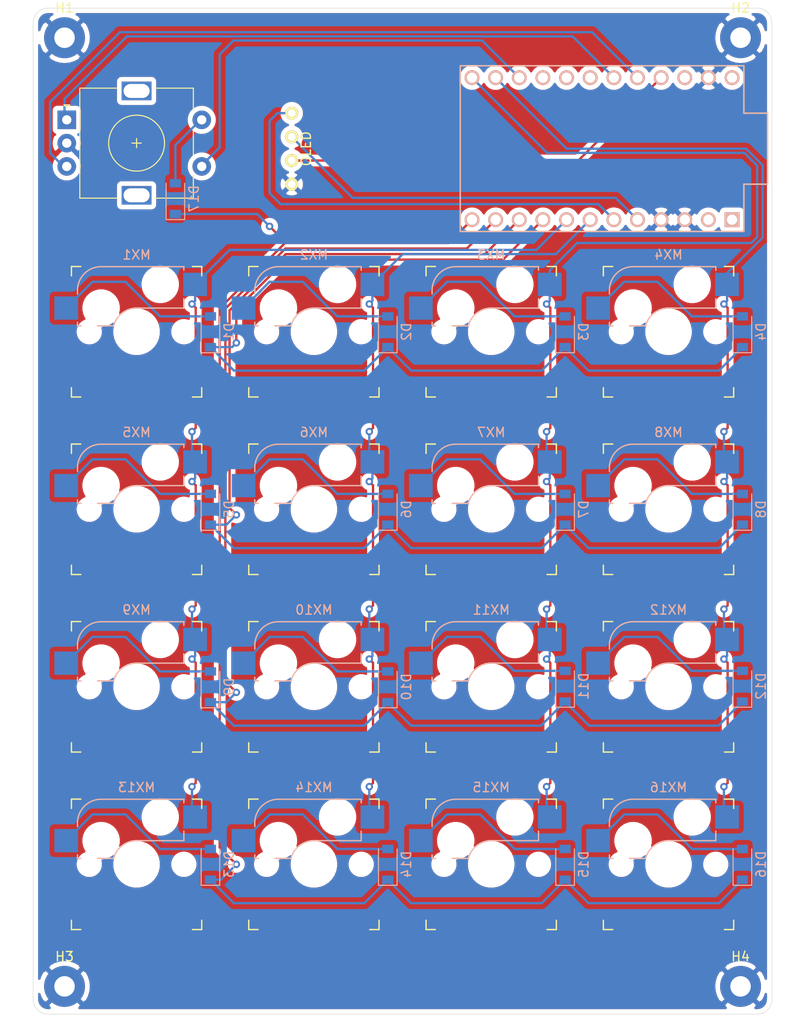
<source format=kicad_pcb>
(kicad_pcb (version 20171130) (host pcbnew "(5.1.10)-1")
  (layers (0 F.Cu signal) (31 B.Cu signal) (34 B.Paste user) (35 F.Paste user) (36 B.SilkS user) (37 F.SilkS user) (38 B.Mask user) (39 F.Mask user) (44 Edge.Cuts user))
  (net 0 "")
  (net 1 "Net-(D1-Pad2)")
  (net 2 /row0)
  (net 3 "Net-(D2-Pad2)")
  (net 4 "Net-(D3-Pad2)")
  (net 5 "Net-(D4-Pad2)")
  (net 6 "Net-(D5-Pad2)")
  (net 7 /row1)
  (net 8 "Net-(D6-Pad2)")
  (net 9 "Net-(D7-Pad2)")
  (net 10 "Net-(D8-Pad2)")
  (net 11 "Net-(D9-Pad2)")
  (net 12 /row2)
  (net 13 "Net-(D10-Pad2)")
  (net 14 "Net-(D11-Pad2)")
  (net 15 "Net-(D12-Pad2)")
  (net 16 "Net-(D13-Pad2)")
  (net 17 /row3)
  (net 18 "Net-(D14-Pad2)")
  (net 19 "Net-(D15-Pad2)")
  (net 20 "Net-(D16-Pad2)")
  (net 21 /col0)
  (net 22 /col1)
  (net 23 /col2)
  (net 24 /col3)
  (net 25 GND)
  (net 26 "Net-(U1-Pad24)")
  (net 27 "Net-(U1-Pad18)")
  (net 28 "Net-(U1-Pad17)")
  (net 29 "Net-(U1-Pad16)")
  (net 30 "Net-(U1-Pad2)")
  (net 31 "Net-(U1-Pad1)")
  (net 32 "Net-(U1-Pad22)")
  (net 33 /rotEnc)
  (net 34 /pinA)
  (net 35 /pinB)
  (net 36 /colRotEnc)
  (net 37 /VCC)
  (net 38 /SCL)
  (net 39 /SDA)
  (module kbd:OLED_v2 (layer F.Cu) (at 119.0624 42.862464 270)
    (fp_text reference OL1)
    (fp_text value OLED hide)
    (fp_text user OLED (at 0 -1.55 90) (layer F.SilkS))
    (pad 4 thru_hole circle (at 3.81 0 270) (size 1.397 1.397) (drill 0.8128) (layers *.Cu F.SilkS B.Mask) (net 25 GND))
    (pad 3 thru_hole circle (at 1.27 0 270) (size 1.397 1.397) (drill 0.8128) (layers *.Cu F.SilkS B.Mask) (net 37 /VCC))
    (pad 2 thru_hole circle (at -1.27 0 270) (size 1.397 1.397) (drill 0.8128) (layers *.Cu F.SilkS B.Mask) (net 38 /SCL))
    (pad 1 thru_hole circle (at -3.81 0 270) (size 1.397 1.397) (drill 0.8128) (layers *.Cu F.SilkS B.Mask) (net 39 /SDA))
  )
  (module Keebio-Parts:RotaryEncoder_EC11 (layer F.Cu) (at 102.393664 42.267152)
    (fp_text reference SW1)
    (fp_text value Rotary_Encoder_Switch)
    (pad S1 thru_hole circle (at 7 2.5) (size 2 2) (drill 1) (layers *.Cu *.Mask) (net 36 /colRotEnc))
    (pad S2 thru_hole circle (at 7 -2.5) (size 2 2) (drill 1) (layers *.Cu *.Mask) (net 33 /rotEnc))
    (pad "" np_thru_hole rect (at 0 5.6) (size 3.2 2) (drill oval 2.8 1.5) (layers *.Cu *.Mask))
    (pad "" np_thru_hole rect (at 0 -5.6) (size 3.2 2) (drill oval 2.8 1.5) (layers *.Cu *.Mask))
    (pad B thru_hole circle (at -7.5 2.5) (size 2 2) (drill 1) (layers *.Cu *.Mask) (net 35 /pinB))
    (pad C thru_hole circle (at -7.5 0) (size 2 2) (drill 1) (layers *.Cu *.Mask) (net 25 GND))
    (pad A thru_hole rect (at -7.5 -2.5) (size 2 2) (drill 1) (layers *.Cu *.Mask) (net 34 /pinA))
  )
  (module Diode_SMD:D_SOD-123 (layer B.Cu) (at 106.560848 48.220272 90)
    (fp_text reference D17 (at 0 2 90) (layer B.SilkS) (effects (justify mirror)))
    (fp_text value D_Small)
    (pad 2 smd rect (at 1.65 0 90) (size 0.9 1.2) (layers B.Cu B.Paste B.Mask) (net 33 /rotEnc))
    (pad 1 smd rect (at -1.65 0 90) (size 0.9 1.2) (layers B.Cu B.Paste B.Mask) (net 17 /row3))
  )
  (module keyswitches1U:Kailh_socket_MX (layer F.Cu) (at 159.543716 62.507626)
    (fp_text reference MX4 (at 0 -8.255) (layer B.SilkS) (effects (justify mirror)))
    (fp_text value MX-NoLED)
    (pad 1 smd rect (at 6.29 -5.08) (size 2.55 2.5) (layers B.Cu B.Paste B.Mask) (net 24 /col3))
    (pad "" np_thru_hole circle (at 2.54 -5.08) (size 3 3) (drill 3) (layers *.Cu *.Mask))
    (pad "" np_thru_hole circle (at -3.81 -2.54) (size 3 3) (drill 3) (layers *.Cu *.Mask))
    (pad "" np_thru_hole circle (at 0 0) (size 3.9878 3.9878) (drill 3.9878) (layers *.Cu *.Mask))
    (pad "" np_thru_hole circle (at 5.08 0) (size 1.7018 1.7018) (drill 1.7018) (layers *.Cu *.Mask))
    (pad "" np_thru_hole circle (at -5.08 0) (size 1.7018 1.7018) (drill 1.7018) (layers *.Cu *.Mask))
    (pad 2 smd rect (at -7.56 -2.54) (size 2.55 2.5) (layers B.Cu B.Paste B.Mask) (net 5 "Net-(D4-Pad2)"))
  )
  (module keyswitches1U:Kailh_socket_MX (layer F.Cu) (at 159.543716 119.657626)
    (fp_text reference MX16 (at 0 -8.255) (layer B.SilkS) (effects (justify mirror)))
    (fp_text value MX-NoLED)
    (pad 1 smd rect (at 6.29 -5.08) (size 2.55 2.5) (layers B.Cu B.Paste B.Mask) (net 24 /col3))
    (pad "" np_thru_hole circle (at 2.54 -5.08) (size 3 3) (drill 3) (layers *.Cu *.Mask))
    (pad "" np_thru_hole circle (at -3.81 -2.54) (size 3 3) (drill 3) (layers *.Cu *.Mask))
    (pad "" np_thru_hole circle (at 0 0) (size 3.9878 3.9878) (drill 3.9878) (layers *.Cu *.Mask))
    (pad "" np_thru_hole circle (at 5.08 0) (size 1.7018 1.7018) (drill 1.7018) (layers *.Cu *.Mask))
    (pad "" np_thru_hole circle (at -5.08 0) (size 1.7018 1.7018) (drill 1.7018) (layers *.Cu *.Mask))
    (pad 2 smd rect (at -7.56 -2.54) (size 2.55 2.5) (layers B.Cu B.Paste B.Mask) (net 20 "Net-(D16-Pad2)"))
  )
  (module keyswitches1U:Kailh_socket_MX (layer F.Cu) (at 140.493716 119.657626)
    (fp_text reference MX15 (at 0 -8.255) (layer B.SilkS) (effects (justify mirror)))
    (fp_text value MX-NoLED)
    (pad 1 smd rect (at 6.29 -5.08) (size 2.55 2.5) (layers B.Cu B.Paste B.Mask) (net 23 /col2))
    (pad "" np_thru_hole circle (at 2.54 -5.08) (size 3 3) (drill 3) (layers *.Cu *.Mask))
    (pad "" np_thru_hole circle (at -3.81 -2.54) (size 3 3) (drill 3) (layers *.Cu *.Mask))
    (pad "" np_thru_hole circle (at 0 0) (size 3.9878 3.9878) (drill 3.9878) (layers *.Cu *.Mask))
    (pad "" np_thru_hole circle (at 5.08 0) (size 1.7018 1.7018) (drill 1.7018) (layers *.Cu *.Mask))
    (pad "" np_thru_hole circle (at -5.08 0) (size 1.7018 1.7018) (drill 1.7018) (layers *.Cu *.Mask))
    (pad 2 smd rect (at -7.56 -2.54) (size 2.55 2.5) (layers B.Cu B.Paste B.Mask) (net 19 "Net-(D15-Pad2)"))
  )
  (module keyswitches1U:Kailh_socket_MX (layer F.Cu) (at 121.443716 119.657626)
    (fp_text reference MX14 (at 0 -8.255) (layer B.SilkS) (effects (justify mirror)))
    (fp_text value MX-NoLED)
    (pad 1 smd rect (at 6.29 -5.08) (size 2.55 2.5) (layers B.Cu B.Paste B.Mask) (net 22 /col1))
    (pad "" np_thru_hole circle (at 2.54 -5.08) (size 3 3) (drill 3) (layers *.Cu *.Mask))
    (pad "" np_thru_hole circle (at -3.81 -2.54) (size 3 3) (drill 3) (layers *.Cu *.Mask))
    (pad "" np_thru_hole circle (at 0 0) (size 3.9878 3.9878) (drill 3.9878) (layers *.Cu *.Mask))
    (pad "" np_thru_hole circle (at 5.08 0) (size 1.7018 1.7018) (drill 1.7018) (layers *.Cu *.Mask))
    (pad "" np_thru_hole circle (at -5.08 0) (size 1.7018 1.7018) (drill 1.7018) (layers *.Cu *.Mask))
    (pad 2 smd rect (at -7.56 -2.54) (size 2.55 2.5) (layers B.Cu B.Paste B.Mask) (net 18 "Net-(D14-Pad2)"))
  )
  (module keyswitches1U:Kailh_socket_MX (layer F.Cu) (at 102.393716 119.657626)
    (fp_text reference MX13 (at 0 -8.255) (layer B.SilkS) (effects (justify mirror)))
    (fp_text value MX-NoLED)
    (pad 1 smd rect (at 6.29 -5.08) (size 2.55 2.5) (layers B.Cu B.Paste B.Mask) (net 21 /col0))
    (pad "" np_thru_hole circle (at 2.54 -5.08) (size 3 3) (drill 3) (layers *.Cu *.Mask))
    (pad "" np_thru_hole circle (at -3.81 -2.54) (size 3 3) (drill 3) (layers *.Cu *.Mask))
    (pad "" np_thru_hole circle (at 0 0) (size 3.9878 3.9878) (drill 3.9878) (layers *.Cu *.Mask))
    (pad "" np_thru_hole circle (at 5.08 0) (size 1.7018 1.7018) (drill 1.7018) (layers *.Cu *.Mask))
    (pad "" np_thru_hole circle (at -5.08 0) (size 1.7018 1.7018) (drill 1.7018) (layers *.Cu *.Mask))
    (pad 2 smd rect (at -7.56 -2.54) (size 2.55 2.5) (layers B.Cu B.Paste B.Mask) (net 16 "Net-(D13-Pad2)"))
  )
  (module keyswitches1U:Kailh_socket_MX (layer F.Cu) (at 159.543716 100.607626)
    (fp_text reference MX12 (at 0 -8.255) (layer B.SilkS) (effects (justify mirror)))
    (fp_text value MX-NoLED)
    (pad 1 smd rect (at 6.29 -5.08) (size 2.55 2.5) (layers B.Cu B.Paste B.Mask) (net 24 /col3))
    (pad "" np_thru_hole circle (at 2.54 -5.08) (size 3 3) (drill 3) (layers *.Cu *.Mask))
    (pad "" np_thru_hole circle (at -3.81 -2.54) (size 3 3) (drill 3) (layers *.Cu *.Mask))
    (pad "" np_thru_hole circle (at 0 0) (size 3.9878 3.9878) (drill 3.9878) (layers *.Cu *.Mask))
    (pad "" np_thru_hole circle (at 5.08 0) (size 1.7018 1.7018) (drill 1.7018) (layers *.Cu *.Mask))
    (pad "" np_thru_hole circle (at -5.08 0) (size 1.7018 1.7018) (drill 1.7018) (layers *.Cu *.Mask))
    (pad 2 smd rect (at -7.56 -2.54) (size 2.55 2.5) (layers B.Cu B.Paste B.Mask) (net 15 "Net-(D12-Pad2)"))
  )
  (module keyswitches1U:Kailh_socket_MX (layer F.Cu) (at 140.493716 100.607626)
    (fp_text reference MX11 (at 0 -8.255) (layer B.SilkS) (effects (justify mirror)))
    (fp_text value MX-NoLED)
    (pad 1 smd rect (at 6.29 -5.08) (size 2.55 2.5) (layers B.Cu B.Paste B.Mask) (net 23 /col2))
    (pad "" np_thru_hole circle (at 2.54 -5.08) (size 3 3) (drill 3) (layers *.Cu *.Mask))
    (pad "" np_thru_hole circle (at -3.81 -2.54) (size 3 3) (drill 3) (layers *.Cu *.Mask))
    (pad "" np_thru_hole circle (at 0 0) (size 3.9878 3.9878) (drill 3.9878) (layers *.Cu *.Mask))
    (pad "" np_thru_hole circle (at 5.08 0) (size 1.7018 1.7018) (drill 1.7018) (layers *.Cu *.Mask))
    (pad "" np_thru_hole circle (at -5.08 0) (size 1.7018 1.7018) (drill 1.7018) (layers *.Cu *.Mask))
    (pad 2 smd rect (at -7.56 -2.54) (size 2.55 2.5) (layers B.Cu B.Paste B.Mask) (net 14 "Net-(D11-Pad2)"))
  )
  (module keyswitches1U:Kailh_socket_MX (layer F.Cu) (at 121.443716 100.607626)
    (fp_text reference MX10 (at 0 -8.255) (layer B.SilkS) (effects (justify mirror)))
    (fp_text value MX-NoLED)
    (pad 1 smd rect (at 6.29 -5.08) (size 2.55 2.5) (layers B.Cu B.Paste B.Mask) (net 22 /col1))
    (pad "" np_thru_hole circle (at 2.54 -5.08) (size 3 3) (drill 3) (layers *.Cu *.Mask))
    (pad "" np_thru_hole circle (at -3.81 -2.54) (size 3 3) (drill 3) (layers *.Cu *.Mask))
    (pad "" np_thru_hole circle (at 0 0) (size 3.9878 3.9878) (drill 3.9878) (layers *.Cu *.Mask))
    (pad "" np_thru_hole circle (at 5.08 0) (size 1.7018 1.7018) (drill 1.7018) (layers *.Cu *.Mask))
    (pad "" np_thru_hole circle (at -5.08 0) (size 1.7018 1.7018) (drill 1.7018) (layers *.Cu *.Mask))
    (pad 2 smd rect (at -7.56 -2.54) (size 2.55 2.5) (layers B.Cu B.Paste B.Mask) (net 13 "Net-(D10-Pad2)"))
  )
  (module keyswitches1U:Kailh_socket_MX (layer F.Cu) (at 102.393716 100.607626)
    (fp_text reference MX9 (at 0 -8.255) (layer B.SilkS) (effects (justify mirror)))
    (fp_text value MX-NoLED)
    (pad 1 smd rect (at 6.29 -5.08) (size 2.55 2.5) (layers B.Cu B.Paste B.Mask) (net 21 /col0))
    (pad "" np_thru_hole circle (at 2.54 -5.08) (size 3 3) (drill 3) (layers *.Cu *.Mask))
    (pad "" np_thru_hole circle (at -3.81 -2.54) (size 3 3) (drill 3) (layers *.Cu *.Mask))
    (pad "" np_thru_hole circle (at 0 0) (size 3.9878 3.9878) (drill 3.9878) (layers *.Cu *.Mask))
    (pad "" np_thru_hole circle (at 5.08 0) (size 1.7018 1.7018) (drill 1.7018) (layers *.Cu *.Mask))
    (pad "" np_thru_hole circle (at -5.08 0) (size 1.7018 1.7018) (drill 1.7018) (layers *.Cu *.Mask))
    (pad 2 smd rect (at -7.56 -2.54) (size 2.55 2.5) (layers B.Cu B.Paste B.Mask) (net 11 "Net-(D9-Pad2)"))
  )
  (module keyswitches1U:Kailh_socket_MX (layer F.Cu) (at 159.543716 81.557626)
    (fp_text reference MX8 (at 0 -8.255) (layer B.SilkS) (effects (justify mirror)))
    (fp_text value MX-NoLED)
    (pad 1 smd rect (at 6.29 -5.08) (size 2.55 2.5) (layers B.Cu B.Paste B.Mask) (net 24 /col3))
    (pad "" np_thru_hole circle (at 2.54 -5.08) (size 3 3) (drill 3) (layers *.Cu *.Mask))
    (pad "" np_thru_hole circle (at -3.81 -2.54) (size 3 3) (drill 3) (layers *.Cu *.Mask))
    (pad "" np_thru_hole circle (at 0 0) (size 3.9878 3.9878) (drill 3.9878) (layers *.Cu *.Mask))
    (pad "" np_thru_hole circle (at 5.08 0) (size 1.7018 1.7018) (drill 1.7018) (layers *.Cu *.Mask))
    (pad "" np_thru_hole circle (at -5.08 0) (size 1.7018 1.7018) (drill 1.7018) (layers *.Cu *.Mask))
    (pad 2 smd rect (at -7.56 -2.54) (size 2.55 2.5) (layers B.Cu B.Paste B.Mask) (net 10 "Net-(D8-Pad2)"))
  )
  (module keyswitches1U:Kailh_socket_MX (layer F.Cu) (at 140.493716 81.557626)
    (fp_text reference MX7 (at 0 -8.255) (layer B.SilkS) (effects (justify mirror)))
    (fp_text value MX-NoLED)
    (pad 1 smd rect (at 6.29 -5.08) (size 2.55 2.5) (layers B.Cu B.Paste B.Mask) (net 23 /col2))
    (pad "" np_thru_hole circle (at 2.54 -5.08) (size 3 3) (drill 3) (layers *.Cu *.Mask))
    (pad "" np_thru_hole circle (at -3.81 -2.54) (size 3 3) (drill 3) (layers *.Cu *.Mask))
    (pad "" np_thru_hole circle (at 0 0) (size 3.9878 3.9878) (drill 3.9878) (layers *.Cu *.Mask))
    (pad "" np_thru_hole circle (at 5.08 0) (size 1.7018 1.7018) (drill 1.7018) (layers *.Cu *.Mask))
    (pad "" np_thru_hole circle (at -5.08 0) (size 1.7018 1.7018) (drill 1.7018) (layers *.Cu *.Mask))
    (pad 2 smd rect (at -7.56 -2.54) (size 2.55 2.5) (layers B.Cu B.Paste B.Mask) (net 9 "Net-(D7-Pad2)"))
  )
  (module keyswitches1U:Kailh_socket_MX (layer F.Cu) (at 121.443716 81.557626)
    (fp_text reference MX6 (at 0 -8.255) (layer B.SilkS) (effects (justify mirror)))
    (fp_text value MX-NoLED)
    (pad 1 smd rect (at 6.29 -5.08) (size 2.55 2.5) (layers B.Cu B.Paste B.Mask) (net 22 /col1))
    (pad "" np_thru_hole circle (at 2.54 -5.08) (size 3 3) (drill 3) (layers *.Cu *.Mask))
    (pad "" np_thru_hole circle (at -3.81 -2.54) (size 3 3) (drill 3) (layers *.Cu *.Mask))
    (pad "" np_thru_hole circle (at 0 0) (size 3.9878 3.9878) (drill 3.9878) (layers *.Cu *.Mask))
    (pad "" np_thru_hole circle (at 5.08 0) (size 1.7018 1.7018) (drill 1.7018) (layers *.Cu *.Mask))
    (pad "" np_thru_hole circle (at -5.08 0) (size 1.7018 1.7018) (drill 1.7018) (layers *.Cu *.Mask))
    (pad 2 smd rect (at -7.56 -2.54) (size 2.55 2.5) (layers B.Cu B.Paste B.Mask) (net 8 "Net-(D6-Pad2)"))
  )
  (module keyswitches1U:Kailh_socket_MX (layer F.Cu) (at 102.393716 81.557626)
    (fp_text reference MX5 (at 0 -8.255) (layer B.SilkS) (effects (justify mirror)))
    (fp_text value MX-NoLED)
    (pad 1 smd rect (at 6.29 -5.08) (size 2.55 2.5) (layers B.Cu B.Paste B.Mask) (net 21 /col0))
    (pad "" np_thru_hole circle (at 2.54 -5.08) (size 3 3) (drill 3) (layers *.Cu *.Mask))
    (pad "" np_thru_hole circle (at -3.81 -2.54) (size 3 3) (drill 3) (layers *.Cu *.Mask))
    (pad "" np_thru_hole circle (at 0 0) (size 3.9878 3.9878) (drill 3.9878) (layers *.Cu *.Mask))
    (pad "" np_thru_hole circle (at 5.08 0) (size 1.7018 1.7018) (drill 1.7018) (layers *.Cu *.Mask))
    (pad "" np_thru_hole circle (at -5.08 0) (size 1.7018 1.7018) (drill 1.7018) (layers *.Cu *.Mask))
    (pad 2 smd rect (at -7.56 -2.54) (size 2.55 2.5) (layers B.Cu B.Paste B.Mask) (net 6 "Net-(D5-Pad2)"))
  )
  (module keyswitches1U:Kailh_socket_MX (layer F.Cu) (at 140.493716 62.507626)
    (fp_text reference MX3 (at 0 -8.255) (layer B.SilkS) (effects (justify mirror)))
    (fp_text value MX-NoLED)
    (pad 1 smd rect (at 6.29 -5.08) (size 2.55 2.5) (layers B.Cu B.Paste B.Mask) (net 23 /col2))
    (pad "" np_thru_hole circle (at 2.54 -5.08) (size 3 3) (drill 3) (layers *.Cu *.Mask))
    (pad "" np_thru_hole circle (at -3.81 -2.54) (size 3 3) (drill 3) (layers *.Cu *.Mask))
    (pad "" np_thru_hole circle (at 0 0) (size 3.9878 3.9878) (drill 3.9878) (layers *.Cu *.Mask))
    (pad "" np_thru_hole circle (at 5.08 0) (size 1.7018 1.7018) (drill 1.7018) (layers *.Cu *.Mask))
    (pad "" np_thru_hole circle (at -5.08 0) (size 1.7018 1.7018) (drill 1.7018) (layers *.Cu *.Mask))
    (pad 2 smd rect (at -7.56 -2.54) (size 2.55 2.5) (layers B.Cu B.Paste B.Mask) (net 4 "Net-(D3-Pad2)"))
  )
  (module keyswitches1U:Kailh_socket_MX (layer F.Cu) (at 121.443716 62.507626)
    (fp_text reference MX2 (at 0 -8.255) (layer B.SilkS) (effects (justify mirror)))
    (fp_text value MX-NoLED)
    (pad 1 smd rect (at 6.29 -5.08) (size 2.55 2.5) (layers B.Cu B.Paste B.Mask) (net 22 /col1))
    (pad "" np_thru_hole circle (at 2.54 -5.08) (size 3 3) (drill 3) (layers *.Cu *.Mask))
    (pad "" np_thru_hole circle (at -3.81 -2.54) (size 3 3) (drill 3) (layers *.Cu *.Mask))
    (pad "" np_thru_hole circle (at 0 0) (size 3.9878 3.9878) (drill 3.9878) (layers *.Cu *.Mask))
    (pad "" np_thru_hole circle (at 5.08 0) (size 1.7018 1.7018) (drill 1.7018) (layers *.Cu *.Mask))
    (pad "" np_thru_hole circle (at -5.08 0) (size 1.7018 1.7018) (drill 1.7018) (layers *.Cu *.Mask))
    (pad 2 smd rect (at -7.56 -2.54) (size 2.55 2.5) (layers B.Cu B.Paste B.Mask) (net 3 "Net-(D2-Pad2)"))
  )
  (module keyswitches1U:Kailh_socket_MX (layer F.Cu) (at 102.393716 62.507626)
    (fp_text reference MX1 (at 0 -8.255) (layer B.SilkS) (effects (justify mirror)))
    (fp_text value MX-NoLED)
    (pad 1 smd rect (at 6.29 -5.08) (size 2.55 2.5) (layers B.Cu B.Paste B.Mask) (net 21 /col0))
    (pad "" np_thru_hole circle (at 2.54 -5.08) (size 3 3) (drill 3) (layers *.Cu *.Mask))
    (pad "" np_thru_hole circle (at -3.81 -2.54) (size 3 3) (drill 3) (layers *.Cu *.Mask))
    (pad "" np_thru_hole circle (at 0 0) (size 3.9878 3.9878) (drill 3.9878) (layers *.Cu *.Mask))
    (pad "" np_thru_hole circle (at 5.08 0) (size 1.7018 1.7018) (drill 1.7018) (layers *.Cu *.Mask))
    (pad "" np_thru_hole circle (at -5.08 0) (size 1.7018 1.7018) (drill 1.7018) (layers *.Cu *.Mask))
    (pad 2 smd rect (at -7.56 -2.54) (size 2.55 2.5) (layers B.Cu B.Paste B.Mask) (net 1 "Net-(D1-Pad2)"))
  )
  (module MountingHole:MountingHole_2.2mm_M2_Pad (layer F.Cu) (at 167.282672 132.754576)
    (fp_text reference H4 (at 0 -3.2) (layer F.SilkS))
    (fp_text value MountingHole_Pad)
    (pad 1 thru_hole circle (at 0 0) (size 4.4 4.4) (drill 2.2) (layers *.Cu *.Mask) (net 25 GND))
  )
  (module MountingHole:MountingHole_2.2mm_M2_Pad (layer F.Cu) (at 94.654608 132.754576)
    (fp_text reference H3 (at 0 -3.2) (layer F.SilkS))
    (fp_text value MountingHole_Pad)
    (pad 1 thru_hole circle (at 0 0) (size 4.4 4.4) (drill 2.2) (layers *.Cu *.Mask) (net 25 GND))
  )
  (module MountingHole:MountingHole_2.2mm_M2_Pad (layer F.Cu) (at 167.282672 30.956224)
    (fp_text reference H2 (at 0 -3.2) (layer F.SilkS))
    (fp_text value MountingHole_Pad)
    (pad 1 thru_hole circle (at 0 0) (size 4.4 4.4) (drill 2.2) (layers *.Cu *.Mask) (net 25 GND))
  )
  (module MountingHole:MountingHole_2.2mm_M2_Pad (layer F.Cu) (at 94.654608 30.956224)
    (fp_text reference H1 (at 0 -3.2) (layer F.SilkS))
    (fp_text value MountingHole_Pad)
    (pad 1 thru_hole circle (at 0 0) (size 4.4 4.4) (drill 2.2) (layers *.Cu *.Mask) (net 25 GND))
  )
  (module Diode_SMD:D_SOD-123 (layer B.Cu) (at 167.481216 119.657626 90)
    (fp_text reference D16 (at 0 2 90) (layer B.SilkS) (effects (justify mirror)))
    (fp_text value D_Small)
    (pad 2 smd rect (at 1.65 0 90) (size 0.9 1.2) (layers B.Cu B.Paste B.Mask) (net 20 "Net-(D16-Pad2)"))
    (pad 1 smd rect (at -1.65 0 90) (size 0.9 1.2) (layers B.Cu B.Paste B.Mask) (net 17 /row3))
  )
  (module promicro:ProMicro (layer B.Cu) (at 152.399872 42.862464 180)
    (fp_text reference U1 hide)
    (fp_text value ProMicro)
    (pad 1 thru_hole rect (at -13.97 -7.62 180) (size 1.6 1.6) (drill 1.1) (layers *.Cu *.Mask B.SilkS) (net 31 "Net-(U1-Pad1)"))
    (pad 2 thru_hole circle (at -11.43 -7.62 180) (size 1.6 1.6) (drill 1.1) (layers *.Cu *.Mask B.SilkS) (net 30 "Net-(U1-Pad2)"))
    (pad 3 thru_hole circle (at -8.89 -7.62 180) (size 1.6 1.6) (drill 1.1) (layers *.Cu *.Mask B.SilkS) (net 25 GND))
    (pad 4 thru_hole circle (at -6.35 -7.62 180) (size 1.6 1.6) (drill 1.1) (layers *.Cu *.Mask B.SilkS) (net 25 GND))
    (pad 5 thru_hole circle (at -3.81 -7.62 180) (size 1.6 1.6) (drill 1.1) (layers *.Cu *.Mask B.SilkS) (net 38 /SCL))
    (pad 6 thru_hole circle (at -1.27 -7.62 180) (size 1.6 1.6) (drill 1.1) (layers *.Cu *.Mask B.SilkS) (net 39 /SDA))
    (pad 7 thru_hole circle (at 1.27 -7.62 180) (size 1.6 1.6) (drill 1.1) (layers *.Cu *.Mask B.SilkS) (net 22 /col1))
    (pad 8 thru_hole circle (at 3.81 -7.62 180) (size 1.6 1.6) (drill 1.1) (layers *.Cu *.Mask B.SilkS) (net 21 /col0))
    (pad 9 thru_hole circle (at 6.35 -7.62 180) (size 1.6 1.6) (drill 1.1) (layers *.Cu *.Mask B.SilkS) (net 2 /row0))
    (pad 10 thru_hole circle (at 8.89 -7.62 180) (size 1.6 1.6) (drill 1.1) (layers *.Cu *.Mask B.SilkS) (net 7 /row1))
    (pad 11 thru_hole circle (at 11.43 -7.62 180) (size 1.6 1.6) (drill 1.1) (layers *.Cu *.Mask B.SilkS) (net 12 /row2))
    (pad 12 thru_hole circle (at 13.97 -7.62 180) (size 1.6 1.6) (drill 1.1) (layers *.Cu *.Mask B.SilkS) (net 17 /row3))
    (pad 13 thru_hole circle (at 13.97 7.62 180) (size 1.6 1.6) (drill 1.1) (layers *.Cu *.Mask B.SilkS) (net 23 /col2))
    (pad 14 thru_hole circle (at 11.43 7.62 180) (size 1.6 1.6) (drill 1.1) (layers *.Cu *.Mask B.SilkS) (net 24 /col3))
    (pad 15 thru_hole circle (at 8.89 7.62 180) (size 1.6 1.6) (drill 1.1) (layers *.Cu *.Mask B.SilkS) (net 36 /colRotEnc))
    (pad 16 thru_hole circle (at 6.35 7.62 180) (size 1.6 1.6) (drill 1.1) (layers *.Cu *.Mask B.SilkS) (net 29 "Net-(U1-Pad16)"))
    (pad 17 thru_hole circle (at 3.81 7.62 180) (size 1.6 1.6) (drill 1.1) (layers *.Cu *.Mask B.SilkS) (net 28 "Net-(U1-Pad17)"))
    (pad 18 thru_hole circle (at 1.27 7.62 180) (size 1.6 1.6) (drill 1.1) (layers *.Cu *.Mask B.SilkS) (net 27 "Net-(U1-Pad18)"))
    (pad 19 thru_hole circle (at -1.27 7.62 180) (size 1.6 1.6) (drill 1.1) (layers *.Cu *.Mask B.SilkS) (net 34 /pinA))
    (pad 20 thru_hole circle (at -3.81 7.62 180) (size 1.6 1.6) (drill 1.1) (layers *.Cu *.Mask B.SilkS) (net 35 /pinB))
    (pad 21 thru_hole circle (at -6.35 7.62 180) (size 1.6 1.6) (drill 1.1) (layers *.Cu *.Mask B.SilkS) (net 37 /VCC))
    (pad 22 thru_hole circle (at -8.89 7.62 180) (size 1.6 1.6) (drill 1.1) (layers *.Cu *.Mask B.SilkS) (net 32 "Net-(U1-Pad22)"))
    (pad 23 thru_hole circle (at -11.43 7.62 180) (size 1.6 1.6) (drill 1.1) (layers *.Cu *.Mask B.SilkS) (net 25 GND))
    (pad 24 thru_hole circle (at -13.97 7.62 180) (size 1.6 1.6) (drill 1.1) (layers *.Cu *.Mask B.SilkS) (net 26 "Net-(U1-Pad24)"))
  )
  (module Diode_SMD:D_SOD-123 (layer B.Cu) (at 148.431216 119.657626 90)
    (fp_text reference D15 (at 0 2 90) (layer B.SilkS) (effects (justify mirror)))
    (fp_text value D_Small)
    (pad 2 smd rect (at 1.65 0 90) (size 0.9 1.2) (layers B.Cu B.Paste B.Mask) (net 19 "Net-(D15-Pad2)"))
    (pad 1 smd rect (at -1.65 0 90) (size 0.9 1.2) (layers B.Cu B.Paste B.Mask) (net 17 /row3))
  )
  (module Diode_SMD:D_SOD-123 (layer B.Cu) (at 129.381216 119.657626 90)
    (fp_text reference D14 (at 0 2 90) (layer B.SilkS) (effects (justify mirror)))
    (fp_text value D_Small)
    (pad 2 smd rect (at 1.65 0 90) (size 0.9 1.2) (layers B.Cu B.Paste B.Mask) (net 18 "Net-(D14-Pad2)"))
    (pad 1 smd rect (at -1.65 0 90) (size 0.9 1.2) (layers B.Cu B.Paste B.Mask) (net 17 /row3))
  )
  (module Diode_SMD:D_SOD-123 (layer B.Cu) (at 110.331216 119.657626 90)
    (fp_text reference D13 (at 0 2 90) (layer B.SilkS) (effects (justify mirror)))
    (fp_text value D_Small)
    (pad 2 smd rect (at 1.65 0 90) (size 0.9 1.2) (layers B.Cu B.Paste B.Mask) (net 16 "Net-(D13-Pad2)"))
    (pad 1 smd rect (at -1.65 0 90) (size 0.9 1.2) (layers B.Cu B.Paste B.Mask) (net 17 /row3))
  )
  (module Diode_SMD:D_SOD-123 (layer B.Cu) (at 167.481216 100.545126 90)
    (fp_text reference D12 (at 0 2 90) (layer B.SilkS) (effects (justify mirror)))
    (fp_text value D_Small)
    (pad 2 smd rect (at 1.65 0 90) (size 0.9 1.2) (layers B.Cu B.Paste B.Mask) (net 15 "Net-(D12-Pad2)"))
    (pad 1 smd rect (at -1.65 0 90) (size 0.9 1.2) (layers B.Cu B.Paste B.Mask) (net 12 /row2))
  )
  (module Diode_SMD:D_SOD-123 (layer B.Cu) (at 148.431216 100.545126 90)
    (fp_text reference D11 (at 0 2 90) (layer B.SilkS) (effects (justify mirror)))
    (fp_text value D_Small)
    (pad 2 smd rect (at 1.65 0 90) (size 0.9 1.2) (layers B.Cu B.Paste B.Mask) (net 14 "Net-(D11-Pad2)"))
    (pad 1 smd rect (at -1.65 0 90) (size 0.9 1.2) (layers B.Cu B.Paste B.Mask) (net 12 /row2))
  )
  (module Diode_SMD:D_SOD-123 (layer B.Cu) (at 129.381216 100.607626 90)
    (fp_text reference D10 (at 0 2 90) (layer B.SilkS) (effects (justify mirror)))
    (fp_text value D_Small)
    (pad 2 smd rect (at 1.65 0 90) (size 0.9 1.2) (layers B.Cu B.Paste B.Mask) (net 13 "Net-(D10-Pad2)"))
    (pad 1 smd rect (at -1.65 0 90) (size 0.9 1.2) (layers B.Cu B.Paste B.Mask) (net 12 /row2))
  )
  (module Diode_SMD:D_SOD-123 (layer B.Cu) (at 110.331216 100.607626 90)
    (fp_text reference D9 (at 0 2 90) (layer B.SilkS) (effects (justify mirror)))
    (fp_text value D_Small)
    (pad 2 smd rect (at 1.65 0 90) (size 0.9 1.2) (layers B.Cu B.Paste B.Mask) (net 11 "Net-(D9-Pad2)"))
    (pad 1 smd rect (at -1.65 0 90) (size 0.9 1.2) (layers B.Cu B.Paste B.Mask) (net 12 /row2))
  )
  (module Diode_SMD:D_SOD-123 (layer B.Cu) (at 167.481216 81.557626 90)
    (fp_text reference D8 (at 0 2 90) (layer B.SilkS) (effects (justify mirror)))
    (fp_text value D_Small)
    (pad 2 smd rect (at 1.65 0 90) (size 0.9 1.2) (layers B.Cu B.Paste B.Mask) (net 10 "Net-(D8-Pad2)"))
    (pad 1 smd rect (at -1.65 0 90) (size 0.9 1.2) (layers B.Cu B.Paste B.Mask) (net 7 /row1))
  )
  (module Diode_SMD:D_SOD-123 (layer B.Cu) (at 148.431216 81.557626 90)
    (fp_text reference D7 (at 0 2 90) (layer B.SilkS) (effects (justify mirror)))
    (fp_text value D_Small)
    (pad 2 smd rect (at 1.65 0 90) (size 0.9 1.2) (layers B.Cu B.Paste B.Mask) (net 9 "Net-(D7-Pad2)"))
    (pad 1 smd rect (at -1.65 0 90) (size 0.9 1.2) (layers B.Cu B.Paste B.Mask) (net 7 /row1))
  )
  (module Diode_SMD:D_SOD-123 (layer B.Cu) (at 129.381216 81.557626 90)
    (fp_text reference D6 (at 0 2 90) (layer B.SilkS) (effects (justify mirror)))
    (fp_text value D_Small)
    (pad 2 smd rect (at 1.65 0 90) (size 0.9 1.2) (layers B.Cu B.Paste B.Mask) (net 8 "Net-(D6-Pad2)"))
    (pad 1 smd rect (at -1.65 0 90) (size 0.9 1.2) (layers B.Cu B.Paste B.Mask) (net 7 /row1))
  )
  (module Diode_SMD:D_SOD-123 (layer B.Cu) (at 110.331216 81.557626 90)
    (fp_text reference D5 (at 0 2 90) (layer B.SilkS) (effects (justify mirror)))
    (fp_text value D_Small)
    (pad 2 smd rect (at 1.65 0 90) (size 0.9 1.2) (layers B.Cu B.Paste B.Mask) (net 6 "Net-(D5-Pad2)"))
    (pad 1 smd rect (at -1.65 0 90) (size 0.9 1.2) (layers B.Cu B.Paste B.Mask) (net 7 /row1))
  )
  (module Diode_SMD:D_SOD-123 (layer B.Cu) (at 167.481216 62.507626 90)
    (fp_text reference D4 (at 0 2 270) (layer B.SilkS) (effects (justify mirror)))
    (fp_text value D_Small)
    (pad 2 smd rect (at 1.65 0 90) (size 0.9 1.2) (layers B.Cu B.Paste B.Mask) (net 5 "Net-(D4-Pad2)"))
    (pad 1 smd rect (at -1.65 0 90) (size 0.9 1.2) (layers B.Cu B.Paste B.Mask) (net 2 /row0))
  )
  (module Diode_SMD:D_SOD-123 (layer B.Cu) (at 148.431216 62.507626 90)
    (fp_text reference D3 (at 0 2 270) (layer B.SilkS) (effects (justify mirror)))
    (fp_text value D_Small)
    (pad 2 smd rect (at 1.65 0 90) (size 0.9 1.2) (layers B.Cu B.Paste B.Mask) (net 4 "Net-(D3-Pad2)"))
    (pad 1 smd rect (at -1.65 0 90) (size 0.9 1.2) (layers B.Cu B.Paste B.Mask) (net 2 /row0))
  )
  (module Diode_SMD:D_SOD-123 (layer B.Cu) (at 129.381216 62.507626 90)
    (fp_text reference D2 (at 0 2 90) (layer B.SilkS) (effects (justify mirror)))
    (fp_text value D_Small)
    (pad 2 smd rect (at 1.65 0 90) (size 0.9 1.2) (layers B.Cu B.Paste B.Mask) (net 3 "Net-(D2-Pad2)"))
    (pad 1 smd rect (at -1.65 0 90) (size 0.9 1.2) (layers B.Cu B.Paste B.Mask) (net 2 /row0))
  )
  (module Diode_SMD:D_SOD-123 (layer B.Cu) (at 110.331216 62.507626 90)
    (fp_text reference D1 (at 0 2 90) (layer B.SilkS) (effects (justify mirror)))
    (fp_text value D_Small)
    (pad 2 smd rect (at 1.65 0 90) (size 0.9 1.2) (layers B.Cu B.Paste B.Mask) (net 1 "Net-(D1-Pad2)"))
    (pad 1 smd rect (at -1.65 0 90) (size 0.9 1.2) (layers B.Cu B.Paste B.Mask) (net 2 /row0))
  )
  (gr_line (start 92.86875 27.78125) (end 169.06875 27.78125) (layer Edge.Cuts) (width 0.05))
  (gr_line (start 170.65625 29.36875) (end 170.656108 134.143636) (layer Edge.Cuts) (width 0.05))
  (gr_line (start 92.868608 135.731136) (end 169.068608 135.731136) (layer Edge.Cuts) (width 0.05))
  (gr_line (start 91.281108 134.143636) (end 91.28125 29.36875) (layer Edge.Cuts) (width 0.05))
  (gr_arc (start 92.86875 29.36875) (end 92.86875 27.78125) (angle -90) (layer Edge.Cuts) (width 0.05))
  (gr_arc (start 169.06875 29.36875) (end 170.65625 29.36875) (angle -90) (layer Edge.Cuts) (width 0.05))
  (gr_arc (start 169.068608 134.143636) (end 169.068608 135.731136) (angle -90) (layer Edge.Cuts) (width 0.05))
  (gr_arc (start 92.868608 134.143636) (end 91.281108 134.143636) (angle -90) (layer Edge.Cuts) (width 0.05))
  (segment (start 94.833716 59.967626) (end 97.65139 57.149952) (width 0.25) (layer B.Cu) (net 1))
  (segment (start 97.65139 57.149952) (end 101.20304 57.149952) (width 0.25) (layer B.Cu) (net 1))
  (segment (start 104.910714 60.857626) (end 110.331216 60.857626) (width 0.25) (layer B.Cu) (net 1))
  (segment (start 101.20304 57.149952) (end 104.910714 60.857626) (width 0.25) (layer B.Cu) (net 1))
  (segment (start 110.331216 64.157626) (end 110.331216 64.492192) (width 0.25) (layer B.Cu) (net 2))
  (segment (start 110.331216 64.157626) (end 112.848534 66.674944) (width 0.25) (layer B.Cu) (net 2))
  (segment (start 126.863898 66.674944) (end 129.381216 64.157626) (width 0.25) (layer B.Cu) (net 2))
  (segment (start 112.848534 66.674944) (end 126.863898 66.674944) (width 0.25) (layer B.Cu) (net 2))
  (segment (start 129.381216 64.157626) (end 131.898534 66.674944) (width 0.25) (layer B.Cu) (net 2))
  (segment (start 145.913898 66.674944) (end 148.431216 64.157626) (width 0.25) (layer B.Cu) (net 2))
  (segment (start 131.898534 66.674944) (end 145.913898 66.674944) (width 0.25) (layer B.Cu) (net 2))
  (segment (start 148.431216 64.157626) (end 150.948534 66.674944) (width 0.25) (layer B.Cu) (net 2))
  (segment (start 164.963898 66.674944) (end 167.481216 64.157626) (width 0.25) (layer B.Cu) (net 2))
  (segment (start 150.948534 66.674944) (end 164.963898 66.674944) (width 0.25) (layer B.Cu) (net 2))
  (via (at 113.10928 63.698384) (size 0.8) (drill 0.4) (layers F.Cu B.Cu) (net 2))
  (segment (start 112.650038 64.157626) (end 113.10928 63.698384) (width 0.25) (layer B.Cu) (net 2))
  (segment (start 110.331216 64.157626) (end 112.650038 64.157626) (width 0.25) (layer B.Cu) (net 2))
  (segment (start 141.763632 54.768704) (end 146.049872 50.482464) (width 0.25) (layer F.Cu) (net 2))
  (segment (start 113.10928 60.126512) (end 118.467088 54.768704) (width 0.25) (layer F.Cu) (net 2))
  (segment (start 118.467088 54.768704) (end 141.763632 54.768704) (width 0.25) (layer F.Cu) (net 2))
  (segment (start 113.10928 63.698384) (end 113.10928 60.126512) (width 0.25) (layer F.Cu) (net 2))
  (segment (start 115.708717 58.142625) (end 115.708717 58.122387) (width 0.25) (layer B.Cu) (net 3))
  (segment (start 113.883716 59.967626) (end 115.708717 58.142625) (width 0.25) (layer B.Cu) (net 3))
  (segment (start 115.708717 58.122387) (end 116.681152 57.149952) (width 0.25) (layer B.Cu) (net 3))
  (segment (start 116.681152 57.149952) (end 120.253024 57.149952) (width 0.25) (layer B.Cu) (net 3))
  (segment (start 123.960698 60.857626) (end 129.381216 60.857626) (width 0.25) (layer B.Cu) (net 3))
  (segment (start 120.253024 57.149952) (end 123.960698 60.857626) (width 0.25) (layer B.Cu) (net 3))
  (segment (start 132.933716 59.967626) (end 135.75139 57.149952) (width 0.25) (layer B.Cu) (net 4))
  (segment (start 135.75139 57.149952) (end 139.303008 57.149952) (width 0.25) (layer B.Cu) (net 4))
  (segment (start 143.010682 60.857626) (end 148.431216 60.857626) (width 0.25) (layer B.Cu) (net 4))
  (segment (start 139.303008 57.149952) (end 143.010682 60.857626) (width 0.25) (layer B.Cu) (net 4))
  (segment (start 151.983716 59.967626) (end 151.983716 59.947356) (width 0.25) (layer B.Cu) (net 5))
  (segment (start 151.983716 59.947356) (end 154.78112 57.149952) (width 0.25) (layer B.Cu) (net 5))
  (segment (start 154.78112 57.149952) (end 158.352992 57.149952) (width 0.25) (layer B.Cu) (net 5))
  (segment (start 162.060666 60.857626) (end 167.481216 60.857626) (width 0.25) (layer B.Cu) (net 5))
  (segment (start 158.352992 57.149952) (end 162.060666 60.857626) (width 0.25) (layer B.Cu) (net 5))
  (segment (start 94.833716 79.017626) (end 97.651406 76.199936) (width 0.25) (layer B.Cu) (net 6))
  (segment (start 97.651406 76.199936) (end 101.20304 76.199936) (width 0.25) (layer B.Cu) (net 6))
  (segment (start 104.91073 79.907626) (end 110.331216 79.907626) (width 0.25) (layer B.Cu) (net 6))
  (segment (start 101.20304 76.199936) (end 104.91073 79.907626) (width 0.25) (layer B.Cu) (net 6))
  (segment (start 110.331216 83.207626) (end 112.848518 85.724928) (width 0.25) (layer B.Cu) (net 7))
  (segment (start 126.863914 85.724928) (end 129.381216 83.207626) (width 0.25) (layer B.Cu) (net 7))
  (segment (start 112.848518 85.724928) (end 126.863914 85.724928) (width 0.25) (layer B.Cu) (net 7))
  (segment (start 129.381216 83.207626) (end 131.898518 85.724928) (width 0.25) (layer B.Cu) (net 7))
  (segment (start 145.913914 85.724928) (end 148.431216 83.207626) (width 0.25) (layer B.Cu) (net 7))
  (segment (start 131.898518 85.724928) (end 145.913914 85.724928) (width 0.25) (layer B.Cu) (net 7))
  (segment (start 148.431216 83.207626) (end 150.948518 85.724928) (width 0.25) (layer B.Cu) (net 7))
  (segment (start 164.963914 85.724928) (end 167.481216 83.207626) (width 0.25) (layer B.Cu) (net 7))
  (segment (start 150.948518 85.724928) (end 164.963914 85.724928) (width 0.25) (layer B.Cu) (net 7))
  (via (at 113.10928 82.153056) (size 0.8) (drill 0.4) (layers F.Cu B.Cu) (net 7))
  (segment (start 112.05471 83.207626) (end 113.10928 82.153056) (width 0.25) (layer B.Cu) (net 7))
  (segment (start 110.331216 83.207626) (end 112.05471 83.207626) (width 0.25) (layer B.Cu) (net 7))
  (segment (start 139.818944 54.173392) (end 143.509872 50.482464) (width 0.25) (layer F.Cu) (net 7))
  (segment (start 118.42599 54.173392) (end 139.818944 54.173392) (width 0.25) (layer F.Cu) (net 7))
  (segment (start 112.384279 60.215103) (end 118.42599 54.173392) (width 0.25) (layer F.Cu) (net 7))
  (segment (start 112.384279 81.428055) (end 112.384279 60.215103) (width 0.25) (layer F.Cu) (net 7))
  (segment (start 113.10928 82.153056) (end 112.384279 81.428055) (width 0.25) (layer F.Cu) (net 7))
  (segment (start 123.960714 79.907626) (end 129.381216 79.907626) (width 0.25) (layer B.Cu) (net 8))
  (segment (start 120.253024 76.199936) (end 123.960714 79.907626) (width 0.25) (layer B.Cu) (net 8))
  (segment (start 116.681152 76.199936) (end 120.253024 76.199936) (width 0.25) (layer B.Cu) (net 8))
  (segment (start 113.883716 78.997372) (end 116.681152 76.199936) (width 0.25) (layer B.Cu) (net 8))
  (segment (start 113.883716 79.017626) (end 113.883716 78.997372) (width 0.25) (layer B.Cu) (net 8))
  (segment (start 132.933716 79.017626) (end 135.751406 76.199936) (width 0.25) (layer B.Cu) (net 9))
  (segment (start 135.751406 76.199936) (end 139.303008 76.199936) (width 0.25) (layer B.Cu) (net 9))
  (segment (start 143.010698 79.907626) (end 148.431216 79.907626) (width 0.25) (layer B.Cu) (net 9))
  (segment (start 139.303008 76.199936) (end 143.010698 79.907626) (width 0.25) (layer B.Cu) (net 9))
  (segment (start 151.983716 79.017626) (end 154.801406 76.199936) (width 0.25) (layer B.Cu) (net 10))
  (segment (start 154.801406 76.199936) (end 158.352992 76.199936) (width 0.25) (layer B.Cu) (net 10))
  (segment (start 162.060682 79.907626) (end 167.481216 79.907626) (width 0.25) (layer B.Cu) (net 10))
  (segment (start 158.352992 76.199936) (end 162.060682 79.907626) (width 0.25) (layer B.Cu) (net 10))
  (segment (start 94.833716 98.067626) (end 97.651422 95.24992) (width 0.25) (layer B.Cu) (net 11))
  (segment (start 97.651422 95.24992) (end 101.20304 95.24992) (width 0.25) (layer B.Cu) (net 11))
  (segment (start 104.910746 98.957626) (end 110.331216 98.957626) (width 0.25) (layer B.Cu) (net 11))
  (segment (start 101.20304 95.24992) (end 104.910746 98.957626) (width 0.25) (layer B.Cu) (net 11))
  (segment (start 110.331216 102.257626) (end 112.848502 104.774912) (width 0.25) (layer B.Cu) (net 12))
  (segment (start 126.86393 104.774912) (end 129.381216 102.257626) (width 0.25) (layer B.Cu) (net 12))
  (segment (start 112.848502 104.774912) (end 126.86393 104.774912) (width 0.25) (layer B.Cu) (net 12))
  (segment (start 129.381216 102.257626) (end 131.898502 104.774912) (width 0.25) (layer B.Cu) (net 12))
  (segment (start 145.85143 104.774912) (end 148.431216 102.195126) (width 0.25) (layer B.Cu) (net 12))
  (segment (start 131.898502 104.774912) (end 145.85143 104.774912) (width 0.25) (layer B.Cu) (net 12))
  (segment (start 148.431216 102.195126) (end 151.011002 104.774912) (width 0.25) (layer B.Cu) (net 12))
  (segment (start 164.90143 104.774912) (end 167.481216 102.195126) (width 0.25) (layer B.Cu) (net 12))
  (segment (start 151.011002 104.774912) (end 164.90143 104.774912) (width 0.25) (layer B.Cu) (net 12))
  (via (at 113.10928 101.20304) (size 0.8) (drill 0.4) (layers F.Cu B.Cu) (net 12))
  (segment (start 112.054694 102.257626) (end 113.10928 101.20304) (width 0.25) (layer B.Cu) (net 12))
  (segment (start 110.331216 102.257626) (end 112.054694 102.257626) (width 0.25) (layer B.Cu) (net 12))
  (segment (start 137.874256 53.57808) (end 140.969872 50.482464) (width 0.25) (layer F.Cu) (net 12))
  (segment (start 118.384892 53.57808) (end 137.874256 53.57808) (width 0.25) (layer F.Cu) (net 12))
  (segment (start 111.934269 60.028703) (end 118.384892 53.57808) (width 0.25) (layer F.Cu) (net 12))
  (segment (start 111.93427 100.02803) (end 111.934269 60.028703) (width 0.25) (layer F.Cu) (net 12))
  (segment (start 113.10928 101.20304) (end 111.93427 100.02803) (width 0.25) (layer F.Cu) (net 12))
  (segment (start 113.883716 98.067626) (end 116.701422 95.24992) (width 0.25) (layer B.Cu) (net 13))
  (segment (start 116.701422 95.24992) (end 120.253024 95.24992) (width 0.25) (layer B.Cu) (net 13))
  (segment (start 123.96073 98.957626) (end 129.381216 98.957626) (width 0.25) (layer B.Cu) (net 13))
  (segment (start 120.253024 95.24992) (end 123.96073 98.957626) (width 0.25) (layer B.Cu) (net 13))
  (segment (start 132.933716 98.067626) (end 135.751422 95.24992) (width 0.25) (layer B.Cu) (net 14))
  (segment (start 135.751422 95.24992) (end 139.303008 95.24992) (width 0.25) (layer B.Cu) (net 14))
  (segment (start 142.948214 98.895126) (end 148.431216 98.895126) (width 0.25) (layer B.Cu) (net 14))
  (segment (start 139.303008 95.24992) (end 142.948214 98.895126) (width 0.25) (layer B.Cu) (net 14))
  (segment (start 151.983716 98.067626) (end 154.801422 95.24992) (width 0.25) (layer B.Cu) (net 15))
  (segment (start 154.801422 95.24992) (end 158.352992 95.24992) (width 0.25) (layer B.Cu) (net 15))
  (segment (start 161.998198 98.895126) (end 167.481216 98.895126) (width 0.25) (layer B.Cu) (net 15))
  (segment (start 158.352992 95.24992) (end 161.998198 98.895126) (width 0.25) (layer B.Cu) (net 15))
  (segment (start 94.833716 117.117626) (end 97.651438 114.299904) (width 0.25) (layer B.Cu) (net 16))
  (segment (start 97.651438 114.299904) (end 101.20304 114.299904) (width 0.25) (layer B.Cu) (net 16))
  (segment (start 104.910762 118.007626) (end 110.331216 118.007626) (width 0.25) (layer B.Cu) (net 16))
  (segment (start 101.20304 114.299904) (end 104.910762 118.007626) (width 0.25) (layer B.Cu) (net 16))
  (segment (start 110.331216 121.307626) (end 112.848486 123.824896) (width 0.25) (layer B.Cu) (net 17))
  (segment (start 126.863946 123.824896) (end 129.381216 121.307626) (width 0.25) (layer B.Cu) (net 17))
  (segment (start 112.848486 123.824896) (end 126.863946 123.824896) (width 0.25) (layer B.Cu) (net 17))
  (segment (start 129.381216 121.307626) (end 131.898486 123.824896) (width 0.25) (layer B.Cu) (net 17))
  (segment (start 145.913946 123.824896) (end 148.431216 121.307626) (width 0.25) (layer B.Cu) (net 17))
  (segment (start 131.898486 123.824896) (end 145.913946 123.824896) (width 0.25) (layer B.Cu) (net 17))
  (segment (start 148.431216 121.307626) (end 150.948486 123.824896) (width 0.25) (layer B.Cu) (net 17))
  (segment (start 164.963946 123.824896) (end 167.481216 121.307626) (width 0.25) (layer B.Cu) (net 17))
  (segment (start 150.948486 123.824896) (end 164.963946 123.824896) (width 0.25) (layer B.Cu) (net 17))
  (segment (start 111.459366 121.307626) (end 113.10928 119.657712) (width 0.25) (layer B.Cu) (net 17))
  (via (at 113.10928 119.657712) (size 0.8) (drill 0.4) (layers F.Cu B.Cu) (net 17))
  (segment (start 110.331216 121.307626) (end 111.459366 121.307626) (width 0.25) (layer B.Cu) (net 17))
  (segment (start 135.929568 52.982768) (end 138.429872 50.482464) (width 0.25) (layer F.Cu) (net 17))
  (segment (start 118.343794 52.982768) (end 135.929568 52.982768) (width 0.25) (layer F.Cu) (net 17))
  (segment (start 111.323344 60.003218) (end 118.343794 52.982768) (width 0.25) (layer F.Cu) (net 17))
  (segment (start 111.323344 117.871776) (end 111.323344 60.003218) (width 0.25) (layer F.Cu) (net 17))
  (segment (start 113.10928 119.657712) (end 111.323344 117.871776) (width 0.25) (layer F.Cu) (net 17))
  (via (at 116.681152 51.196832) (size 0.8) (drill 0.4) (layers F.Cu B.Cu) (net 17))
  (segment (start 115.354592 49.870272) (end 116.681152 51.196832) (width 0.25) (layer B.Cu) (net 17))
  (segment (start 106.560848 49.870272) (end 115.354592 49.870272) (width 0.25) (layer B.Cu) (net 17))
  (segment (start 116.681152 51.196832) (end 118.467088 52.982768) (width 0.25) (layer F.Cu) (net 17))
  (segment (start 113.883716 117.117626) (end 116.701438 114.299904) (width 0.25) (layer B.Cu) (net 18))
  (segment (start 116.701438 114.299904) (end 120.253024 114.299904) (width 0.25) (layer B.Cu) (net 18))
  (segment (start 123.960746 118.007626) (end 129.381216 118.007626) (width 0.25) (layer B.Cu) (net 18))
  (segment (start 120.253024 114.299904) (end 123.960746 118.007626) (width 0.25) (layer B.Cu) (net 18))
  (segment (start 132.933716 117.117626) (end 135.751438 114.299904) (width 0.25) (layer B.Cu) (net 19))
  (segment (start 135.751438 114.299904) (end 139.303008 114.299904) (width 0.25) (layer B.Cu) (net 19))
  (segment (start 143.01073 118.007626) (end 148.431216 118.007626) (width 0.25) (layer B.Cu) (net 19))
  (segment (start 139.303008 114.299904) (end 143.01073 118.007626) (width 0.25) (layer B.Cu) (net 19))
  (segment (start 151.983716 117.117626) (end 154.801438 114.299904) (width 0.25) (layer B.Cu) (net 20))
  (segment (start 154.801438 114.299904) (end 158.352992 114.299904) (width 0.25) (layer B.Cu) (net 20))
  (segment (start 162.060714 118.007626) (end 167.481216 118.007626) (width 0.25) (layer B.Cu) (net 20))
  (segment (start 158.352992 114.299904) (end 162.060714 118.007626) (width 0.25) (layer B.Cu) (net 20))
  (via (at 108.346784 59.5312) (size 0.8) (drill 0.4) (layers F.Cu B.Cu) (net 21))
  (segment (start 108.683716 59.194268) (end 108.346784 59.5312) (width 0.25) (layer B.Cu) (net 21))
  (segment (start 108.683716 57.427626) (end 108.683716 59.194268) (width 0.25) (layer B.Cu) (net 21))
  (via (at 108.346784 73.223376) (size 0.8) (drill 0.4) (layers F.Cu B.Cu) (net 21))
  (segment (start 108.746783 72.823377) (end 108.346784 73.223376) (width 0.25) (layer F.Cu) (net 21))
  (segment (start 108.746783 59.931199) (end 108.746783 72.823377) (width 0.25) (layer F.Cu) (net 21))
  (segment (start 108.346784 59.5312) (end 108.746783 59.931199) (width 0.25) (layer F.Cu) (net 21))
  (segment (start 108.346784 76.140694) (end 108.683716 76.477626) (width 0.25) (layer B.Cu) (net 21))
  (segment (start 108.346784 73.223376) (end 108.346784 76.140694) (width 0.25) (layer B.Cu) (net 21))
  (via (at 108.346784 78.581184) (size 0.8) (drill 0.4) (layers F.Cu B.Cu) (net 21))
  (segment (start 108.683716 78.244252) (end 108.346784 78.581184) (width 0.25) (layer B.Cu) (net 21))
  (segment (start 108.683716 76.477626) (end 108.683716 78.244252) (width 0.25) (layer B.Cu) (net 21))
  (via (at 108.346784 92.27336) (size 0.8) (drill 0.4) (layers F.Cu B.Cu) (net 21))
  (segment (start 108.746783 91.873361) (end 108.346784 92.27336) (width 0.25) (layer F.Cu) (net 21))
  (segment (start 108.746783 78.981183) (end 108.746783 91.873361) (width 0.25) (layer F.Cu) (net 21))
  (segment (start 108.346784 78.581184) (end 108.746783 78.981183) (width 0.25) (layer F.Cu) (net 21))
  (segment (start 108.346784 95.190694) (end 108.683716 95.527626) (width 0.25) (layer B.Cu) (net 21))
  (segment (start 108.346784 92.27336) (end 108.346784 95.190694) (width 0.25) (layer B.Cu) (net 21))
  (via (at 108.346784 97.631168) (size 0.8) (drill 0.4) (layers F.Cu B.Cu) (net 21))
  (segment (start 108.683716 97.294236) (end 108.346784 97.631168) (width 0.25) (layer B.Cu) (net 21))
  (segment (start 108.683716 95.527626) (end 108.683716 97.294236) (width 0.25) (layer B.Cu) (net 21))
  (via (at 108.346784 111.323344) (size 0.8) (drill 0.4) (layers F.Cu B.Cu) (net 21))
  (segment (start 108.746783 110.923345) (end 108.346784 111.323344) (width 0.25) (layer F.Cu) (net 21))
  (segment (start 108.746783 98.031167) (end 108.746783 110.923345) (width 0.25) (layer F.Cu) (net 21))
  (segment (start 108.346784 97.631168) (end 108.746783 98.031167) (width 0.25) (layer F.Cu) (net 21))
  (segment (start 108.346784 114.240694) (end 108.683716 114.577626) (width 0.25) (layer B.Cu) (net 21))
  (segment (start 108.346784 111.323344) (end 108.346784 114.240694) (width 0.25) (layer B.Cu) (net 21))
  (segment (start 108.683716 57.427626) (end 108.683716 57.408332) (width 0.25) (layer B.Cu) (net 21))
  (segment (start 148.589872 50.482464) (end 145.348954 53.723382) (width 0.25) (layer B.Cu) (net 21))
  (segment (start 112.38796 53.723382) (end 108.683716 57.427626) (width 0.25) (layer B.Cu) (net 21))
  (segment (start 145.348954 53.723382) (end 112.38796 53.723382) (width 0.25) (layer B.Cu) (net 21))
  (via (at 127.396768 59.5312) (size 0.8) (drill 0.4) (layers F.Cu B.Cu) (net 22))
  (segment (start 127.733716 59.194252) (end 127.396768 59.5312) (width 0.25) (layer B.Cu) (net 22))
  (segment (start 127.733716 57.427626) (end 127.733716 59.194252) (width 0.25) (layer B.Cu) (net 22))
  (via (at 127.396768 73.223376) (size 0.8) (drill 0.4) (layers F.Cu B.Cu) (net 22))
  (segment (start 127.796767 72.823377) (end 127.396768 73.223376) (width 0.25) (layer F.Cu) (net 22))
  (segment (start 127.796767 59.931199) (end 127.796767 72.823377) (width 0.25) (layer F.Cu) (net 22))
  (segment (start 127.396768 59.5312) (end 127.796767 59.931199) (width 0.25) (layer F.Cu) (net 22))
  (segment (start 127.396768 76.140678) (end 127.733716 76.477626) (width 0.25) (layer B.Cu) (net 22))
  (segment (start 127.396768 73.223376) (end 127.396768 76.140678) (width 0.25) (layer B.Cu) (net 22))
  (via (at 127.396768 78.581184) (size 0.8) (drill 0.4) (layers F.Cu B.Cu) (net 22))
  (segment (start 127.733716 78.244236) (end 127.396768 78.581184) (width 0.25) (layer B.Cu) (net 22))
  (segment (start 127.733716 76.477626) (end 127.733716 78.244236) (width 0.25) (layer B.Cu) (net 22))
  (via (at 127.396768 92.27336) (size 0.8) (drill 0.4) (layers F.Cu B.Cu) (net 22))
  (segment (start 127.796767 91.873361) (end 127.396768 92.27336) (width 0.25) (layer F.Cu) (net 22))
  (segment (start 127.796767 78.981183) (end 127.796767 91.873361) (width 0.25) (layer F.Cu) (net 22))
  (segment (start 127.396768 78.581184) (end 127.796767 78.981183) (width 0.25) (layer F.Cu) (net 22))
  (segment (start 127.396768 95.190678) (end 127.733716 95.527626) (width 0.25) (layer B.Cu) (net 22))
  (segment (start 127.396768 92.27336) (end 127.396768 95.190678) (width 0.25) (layer B.Cu) (net 22))
  (via (at 127.396768 97.631168) (size 0.8) (drill 0.4) (layers F.Cu B.Cu) (net 22))
  (segment (start 127.733716 97.29422) (end 127.396768 97.631168) (width 0.25) (layer B.Cu) (net 22))
  (segment (start 127.733716 95.527626) (end 127.733716 97.29422) (width 0.25) (layer B.Cu) (net 22))
  (via (at 127.396768 111.323344) (size 0.8) (drill 0.4) (layers F.Cu B.Cu) (net 22))
  (segment (start 127.796767 98.031167) (end 127.796767 110.923345) (width 0.25) (layer F.Cu) (net 22))
  (segment (start 127.796767 110.923345) (end 127.396768 111.323344) (width 0.25) (layer F.Cu) (net 22))
  (segment (start 127.396768 97.631168) (end 127.796767 98.031167) (width 0.25) (layer F.Cu) (net 22))
  (segment (start 127.396768 114.240678) (end 127.733716 114.577626) (width 0.25) (layer B.Cu) (net 22))
  (segment (start 127.396768 111.323344) (end 127.396768 114.240678) (width 0.25) (layer B.Cu) (net 22))
  (segment (start 127.733716 57.427626) (end 130.98795 54.173392) (width 0.25) (layer B.Cu) (net 22))
  (segment (start 147.438944 54.173392) (end 151.129872 50.482464) (width 0.25) (layer B.Cu) (net 22))
  (segment (start 130.98795 54.173392) (end 147.438944 54.173392) (width 0.25) (layer B.Cu) (net 22))
  (via (at 146.446752 59.5312) (size 0.8) (drill 0.4) (layers F.Cu B.Cu) (net 23))
  (segment (start 146.783716 59.194236) (end 146.446752 59.5312) (width 0.25) (layer B.Cu) (net 23))
  (segment (start 146.783716 57.427626) (end 146.783716 59.194236) (width 0.25) (layer B.Cu) (net 23))
  (via (at 146.446752 73.223376) (size 0.8) (drill 0.4) (layers F.Cu B.Cu) (net 23))
  (segment (start 146.846751 72.823377) (end 146.446752 73.223376) (width 0.25) (layer F.Cu) (net 23))
  (segment (start 146.846751 59.931199) (end 146.846751 72.823377) (width 0.25) (layer F.Cu) (net 23))
  (segment (start 146.446752 59.5312) (end 146.846751 59.931199) (width 0.25) (layer F.Cu) (net 23))
  (segment (start 146.446752 76.140662) (end 146.783716 76.477626) (width 0.25) (layer B.Cu) (net 23))
  (segment (start 146.446752 73.223376) (end 146.446752 76.140662) (width 0.25) (layer B.Cu) (net 23))
  (via (at 146.446752 78.581184) (size 0.8) (drill 0.4) (layers F.Cu B.Cu) (net 23))
  (segment (start 146.783716 78.24422) (end 146.446752 78.581184) (width 0.25) (layer B.Cu) (net 23))
  (segment (start 146.783716 76.477626) (end 146.783716 78.24422) (width 0.25) (layer B.Cu) (net 23))
  (via (at 146.446752 92.27336) (size 0.8) (drill 0.4) (layers F.Cu B.Cu) (net 23))
  (segment (start 146.846751 91.873361) (end 146.446752 92.27336) (width 0.25) (layer F.Cu) (net 23))
  (segment (start 146.846751 78.981183) (end 146.846751 91.873361) (width 0.25) (layer F.Cu) (net 23))
  (segment (start 146.446752 78.581184) (end 146.846751 78.981183) (width 0.25) (layer F.Cu) (net 23))
  (segment (start 146.446752 95.190662) (end 146.783716 95.527626) (width 0.25) (layer B.Cu) (net 23))
  (segment (start 146.446752 92.27336) (end 146.446752 95.190662) (width 0.25) (layer B.Cu) (net 23))
  (via (at 146.446752 97.631168) (size 0.8) (drill 0.4) (layers F.Cu B.Cu) (net 23))
  (segment (start 146.783716 97.294204) (end 146.446752 97.631168) (width 0.25) (layer B.Cu) (net 23))
  (segment (start 146.783716 95.527626) (end 146.783716 97.294204) (width 0.25) (layer B.Cu) (net 23))
  (via (at 146.446752 111.323344) (size 0.8) (drill 0.4) (layers F.Cu B.Cu) (net 23))
  (segment (start 146.846751 110.923345) (end 146.446752 111.323344) (width 0.25) (layer F.Cu) (net 23))
  (segment (start 146.846751 98.031167) (end 146.846751 110.923345) (width 0.25) (layer F.Cu) (net 23))
  (segment (start 146.446752 97.631168) (end 146.846751 98.031167) (width 0.25) (layer F.Cu) (net 23))
  (segment (start 146.446752 114.240662) (end 146.783716 114.577626) (width 0.25) (layer B.Cu) (net 23))
  (segment (start 146.446752 111.323344) (end 146.446752 114.240662) (width 0.25) (layer B.Cu) (net 23))
  (segment (start 146.783716 57.427626) (end 146.783716 57.4083) (width 0.25) (layer B.Cu) (net 23))
  (segment (start 149.728574 52.982768) (end 168.432198 52.982768) (width 0.25) (layer B.Cu) (net 23))
  (segment (start 146.783716 55.927626) (end 149.728574 52.982768) (width 0.25) (layer B.Cu) (net 23))
  (segment (start 146.783716 57.427626) (end 146.783716 55.927626) (width 0.25) (layer B.Cu) (net 23))
  (segment (start 169.068608 44.689498) (end 167.691584 43.312474) (width 0.25) (layer B.Cu) (net 23))
  (segment (start 169.068608 52.346358) (end 169.068608 44.689498) (width 0.25) (layer B.Cu) (net 23))
  (segment (start 168.432198 52.982768) (end 169.068608 52.346358) (width 0.25) (layer B.Cu) (net 23))
  (segment (start 146.499881 43.312473) (end 138.429872 35.242464) (width 0.25) (layer B.Cu) (net 23))
  (segment (start 167.691584 43.312474) (end 146.499881 43.312473) (width 0.25) (layer B.Cu) (net 23))
  (segment (start 165.833716 59.19422) (end 165.496736 59.5312) (width 0.25) (layer B.Cu) (net 24))
  (via (at 165.496736 59.5312) (size 0.8) (drill 0.4) (layers F.Cu B.Cu) (net 24))
  (segment (start 165.833716 57.427626) (end 165.833716 59.19422) (width 0.25) (layer B.Cu) (net 24))
  (segment (start 165.896735 72.823377) (end 165.496736 73.223376) (width 0.25) (layer F.Cu) (net 24))
  (segment (start 165.896735 59.931199) (end 165.896735 72.823377) (width 0.25) (layer F.Cu) (net 24))
  (via (at 165.496736 73.223376) (size 0.8) (drill 0.4) (layers F.Cu B.Cu) (net 24))
  (segment (start 165.496736 59.5312) (end 165.896735 59.931199) (width 0.25) (layer F.Cu) (net 24))
  (segment (start 165.496736 76.140646) (end 165.833716 76.477626) (width 0.25) (layer B.Cu) (net 24))
  (segment (start 165.496736 73.223376) (end 165.496736 76.140646) (width 0.25) (layer B.Cu) (net 24))
  (via (at 165.496736 78.581184) (size 0.8) (drill 0.4) (layers F.Cu B.Cu) (net 24))
  (segment (start 165.833716 78.244204) (end 165.496736 78.581184) (width 0.25) (layer B.Cu) (net 24))
  (segment (start 165.833716 76.477626) (end 165.833716 78.244204) (width 0.25) (layer B.Cu) (net 24))
  (segment (start 165.896735 91.873361) (end 165.496736 92.27336) (width 0.25) (layer F.Cu) (net 24))
  (segment (start 165.896735 78.981183) (end 165.896735 91.873361) (width 0.25) (layer F.Cu) (net 24))
  (via (at 165.496736 92.27336) (size 0.8) (drill 0.4) (layers F.Cu B.Cu) (net 24))
  (segment (start 165.496736 78.581184) (end 165.896735 78.981183) (width 0.25) (layer F.Cu) (net 24))
  (segment (start 165.496736 95.190646) (end 165.833716 95.527626) (width 0.25) (layer B.Cu) (net 24))
  (segment (start 165.496736 92.27336) (end 165.496736 95.190646) (width 0.25) (layer B.Cu) (net 24))
  (via (at 165.496736 97.631168) (size 0.8) (drill 0.4) (layers F.Cu B.Cu) (net 24))
  (segment (start 165.833716 97.294188) (end 165.496736 97.631168) (width 0.25) (layer B.Cu) (net 24))
  (segment (start 165.833716 95.527626) (end 165.833716 97.294188) (width 0.25) (layer B.Cu) (net 24))
  (segment (start 165.896735 110.923345) (end 165.496736 111.323344) (width 0.25) (layer F.Cu) (net 24))
  (segment (start 165.896735 98.031167) (end 165.896735 110.923345) (width 0.25) (layer F.Cu) (net 24))
  (via (at 165.496736 111.323344) (size 0.8) (drill 0.4) (layers F.Cu B.Cu) (net 24))
  (segment (start 165.496736 97.631168) (end 165.896735 98.031167) (width 0.25) (layer F.Cu) (net 24))
  (segment (start 165.496736 114.240646) (end 165.833716 114.577626) (width 0.25) (layer B.Cu) (net 24))
  (segment (start 165.496736 111.323344) (end 165.496736 114.240646) (width 0.25) (layer B.Cu) (net 24))
  (segment (start 165.77441 57.427626) (end 165.833716 57.427626) (width 0.25) (layer B.Cu) (net 24))
  (segment (start 165.833716 57.427626) (end 165.833716 56.296308) (width 0.25) (layer B.Cu) (net 24))
  (segment (start 148.589872 42.862464) (end 140.969872 35.242464) (width 0.25) (layer B.Cu) (net 24))
  (segment (start 167.877984 42.862464) (end 148.589872 42.862464) (width 0.25) (layer B.Cu) (net 24))
  (segment (start 169.66392 44.6484) (end 167.877984 42.862464) (width 0.25) (layer B.Cu) (net 24))
  (segment (start 169.66392 52.387456) (end 169.66392 44.6484) (width 0.25) (layer B.Cu) (net 24))
  (segment (start 165.833716 56.21766) (end 169.66392 52.387456) (width 0.25) (layer B.Cu) (net 24))
  (segment (start 165.833716 57.427626) (end 165.833716 56.21766) (width 0.25) (layer B.Cu) (net 24))
  (segment (start 106.560848 42.479664) (end 106.560848 46.570272) (width 0.25) (layer B.Cu) (net 33))
  (segment (start 109.154608 39.885904) (end 106.560848 42.479664) (width 0.25) (layer B.Cu) (net 33))
  (segment (start 149.23833 30.810922) (end 153.669872 35.242464) (width 0.25) (layer B.Cu) (net 34))
  (segment (start 101.348342 30.810922) (end 149.23833 30.810922) (width 0.25) (layer B.Cu) (net 34))
  (segment (start 94.654608 37.504656) (end 101.348342 30.810922) (width 0.25) (layer B.Cu) (net 34))
  (segment (start 94.654608 39.885904) (end 94.654608 37.504656) (width 0.25) (layer B.Cu) (net 34))
  (segment (start 93.106176 37.862464) (end 100.607728 30.360912) (width 0.25) (layer B.Cu) (net 35))
  (segment (start 151.32832 30.360912) (end 156.209872 35.242464) (width 0.25) (layer B.Cu) (net 35))
  (segment (start 100.607728 30.360912) (end 151.32832 30.360912) (width 0.25) (layer B.Cu) (net 35))
  (segment (start 93.106176 43.337472) (end 94.654608 44.885904) (width 0.25) (layer B.Cu) (net 35))
  (segment (start 93.106176 37.862464) (end 93.106176 43.337472) (width 0.25) (layer B.Cu) (net 35))
  (segment (start 139.52834 31.260932) (end 143.509872 35.242464) (width 0.25) (layer B.Cu) (net 36))
  (segment (start 112.804572 31.260932) (end 139.52834 31.260932) (width 0.25) (layer B.Cu) (net 36))
  (segment (start 111.323344 42.717168) (end 111.323344 32.74216) (width 0.25) (layer B.Cu) (net 36))
  (segment (start 111.323344 32.74216) (end 112.804572 31.260932) (width 0.25) (layer B.Cu) (net 36))
  (segment (start 109.154608 44.885904) (end 111.323344 42.717168) (width 0.25) (layer B.Cu) (net 36))
  (segment (start 149.859872 44.132464) (end 158.749872 35.242464) (width 0.25) (layer F.Cu) (net 37))
  (segment (start 119.0624 44.132464) (end 149.859872 44.132464) (width 0.25) (layer F.Cu) (net 37))
  (segment (start 119.0624 41.592464) (end 125.610832 48.140896) (width 0.25) (layer B.Cu) (net 38))
  (segment (start 153.868304 48.140896) (end 156.209872 50.482464) (width 0.25) (layer B.Cu) (net 38))
  (segment (start 125.610832 48.140896) (end 153.868304 48.140896) (width 0.25) (layer B.Cu) (net 38))
  (segment (start 119.0624 39.052464) (end 117.514592 39.052464) (width 0.25) (layer B.Cu) (net 39))
  (segment (start 117.514592 39.052464) (end 116.681152 39.885904) (width 0.25) (layer B.Cu) (net 39))
  (segment (start 116.681152 39.885904) (end 116.681152 47.62496) (width 0.25) (layer B.Cu) (net 39))
  (segment (start 116.681152 47.62496) (end 117.871776 48.815584) (width 0.25) (layer B.Cu) (net 39))
  (segment (start 152.002992 48.815584) (end 153.669872 50.482464) (width 0.25) (layer B.Cu) (net 39))
  (segment (start 117.871776 48.815584) (end 152.002992 48.815584) (width 0.25) (layer B.Cu) (net 39))
  (zone (net 25) (net_name GND) (layer F.Cu) (connect_pads (clearance 0.508)) (min_thickness 0.254) (fill yes (arc_segments 32) (thermal_gap 0.508) (thermal_bridge_width 0.508))
    (polygon (pts (xy 170.854544 135.731136) (xy 91.082736 135.731136) (xy 91.082736 27.384352) (xy 170.854544 27.384352)))
  )
  (zone (net 25) (net_name GND) (layer B.Cu) (connect_pads (clearance 0.508)) (min_thickness 0.254) (fill yes (arc_segments 32) (thermal_gap 0.508) (thermal_bridge_width 0.508))
    (polygon (pts (xy 170.854544 135.731136) (xy 91.082736 135.731136) (xy 91.082736 27.384352) (xy 170.854544 27.384352)))
  )
)
</source>
